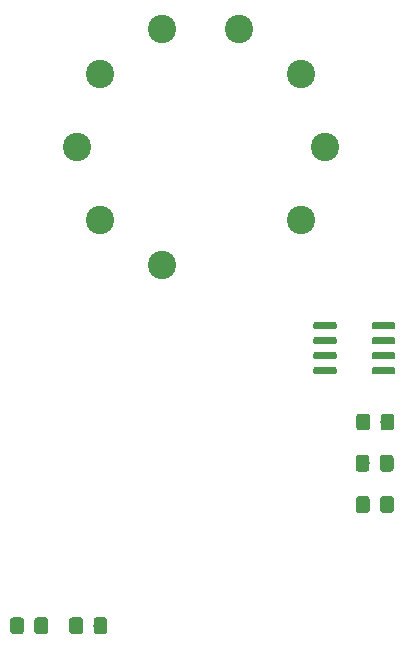
<source format=gtp>
G04 #@! TF.GenerationSoftware,KiCad,Pcbnew,(5.0.2)-1*
G04 #@! TF.CreationDate,2019-04-04T16:33:41+02:00*
G04 #@! TF.ProjectId,Corona_tubeBoard,436f726f-6e61-45f7-9475-6265426f6172,1*
G04 #@! TF.SameCoordinates,Original*
G04 #@! TF.FileFunction,Paste,Top*
G04 #@! TF.FilePolarity,Positive*
%FSLAX46Y46*%
G04 Gerber Fmt 4.6, Leading zero omitted, Abs format (unit mm)*
G04 Created by KiCad (PCBNEW (5.0.2)-1) date 04/04/2019 16:33:41*
%MOMM*%
%LPD*%
G01*
G04 APERTURE LIST*
%ADD10C,0.100000*%
%ADD11C,0.600000*%
%ADD12C,2.397760*%
%ADD13C,1.150000*%
G04 APERTURE END LIST*
D10*
G04 #@! TO.C,U6*
G36*
X35314703Y-28795722D02*
X35329264Y-28797882D01*
X35343543Y-28801459D01*
X35357403Y-28806418D01*
X35370710Y-28812712D01*
X35383336Y-28820280D01*
X35395159Y-28829048D01*
X35406066Y-28838934D01*
X35415952Y-28849841D01*
X35424720Y-28861664D01*
X35432288Y-28874290D01*
X35438582Y-28887597D01*
X35443541Y-28901457D01*
X35447118Y-28915736D01*
X35449278Y-28930297D01*
X35450000Y-28945000D01*
X35450000Y-29245000D01*
X35449278Y-29259703D01*
X35447118Y-29274264D01*
X35443541Y-29288543D01*
X35438582Y-29302403D01*
X35432288Y-29315710D01*
X35424720Y-29328336D01*
X35415952Y-29340159D01*
X35406066Y-29351066D01*
X35395159Y-29360952D01*
X35383336Y-29369720D01*
X35370710Y-29377288D01*
X35357403Y-29383582D01*
X35343543Y-29388541D01*
X35329264Y-29392118D01*
X35314703Y-29394278D01*
X35300000Y-29395000D01*
X33650000Y-29395000D01*
X33635297Y-29394278D01*
X33620736Y-29392118D01*
X33606457Y-29388541D01*
X33592597Y-29383582D01*
X33579290Y-29377288D01*
X33566664Y-29369720D01*
X33554841Y-29360952D01*
X33543934Y-29351066D01*
X33534048Y-29340159D01*
X33525280Y-29328336D01*
X33517712Y-29315710D01*
X33511418Y-29302403D01*
X33506459Y-29288543D01*
X33502882Y-29274264D01*
X33500722Y-29259703D01*
X33500000Y-29245000D01*
X33500000Y-28945000D01*
X33500722Y-28930297D01*
X33502882Y-28915736D01*
X33506459Y-28901457D01*
X33511418Y-28887597D01*
X33517712Y-28874290D01*
X33525280Y-28861664D01*
X33534048Y-28849841D01*
X33543934Y-28838934D01*
X33554841Y-28829048D01*
X33566664Y-28820280D01*
X33579290Y-28812712D01*
X33592597Y-28806418D01*
X33606457Y-28801459D01*
X33620736Y-28797882D01*
X33635297Y-28795722D01*
X33650000Y-28795000D01*
X35300000Y-28795000D01*
X35314703Y-28795722D01*
X35314703Y-28795722D01*
G37*
D11*
X34475000Y-29095000D03*
D10*
G36*
X35314703Y-30065722D02*
X35329264Y-30067882D01*
X35343543Y-30071459D01*
X35357403Y-30076418D01*
X35370710Y-30082712D01*
X35383336Y-30090280D01*
X35395159Y-30099048D01*
X35406066Y-30108934D01*
X35415952Y-30119841D01*
X35424720Y-30131664D01*
X35432288Y-30144290D01*
X35438582Y-30157597D01*
X35443541Y-30171457D01*
X35447118Y-30185736D01*
X35449278Y-30200297D01*
X35450000Y-30215000D01*
X35450000Y-30515000D01*
X35449278Y-30529703D01*
X35447118Y-30544264D01*
X35443541Y-30558543D01*
X35438582Y-30572403D01*
X35432288Y-30585710D01*
X35424720Y-30598336D01*
X35415952Y-30610159D01*
X35406066Y-30621066D01*
X35395159Y-30630952D01*
X35383336Y-30639720D01*
X35370710Y-30647288D01*
X35357403Y-30653582D01*
X35343543Y-30658541D01*
X35329264Y-30662118D01*
X35314703Y-30664278D01*
X35300000Y-30665000D01*
X33650000Y-30665000D01*
X33635297Y-30664278D01*
X33620736Y-30662118D01*
X33606457Y-30658541D01*
X33592597Y-30653582D01*
X33579290Y-30647288D01*
X33566664Y-30639720D01*
X33554841Y-30630952D01*
X33543934Y-30621066D01*
X33534048Y-30610159D01*
X33525280Y-30598336D01*
X33517712Y-30585710D01*
X33511418Y-30572403D01*
X33506459Y-30558543D01*
X33502882Y-30544264D01*
X33500722Y-30529703D01*
X33500000Y-30515000D01*
X33500000Y-30215000D01*
X33500722Y-30200297D01*
X33502882Y-30185736D01*
X33506459Y-30171457D01*
X33511418Y-30157597D01*
X33517712Y-30144290D01*
X33525280Y-30131664D01*
X33534048Y-30119841D01*
X33543934Y-30108934D01*
X33554841Y-30099048D01*
X33566664Y-30090280D01*
X33579290Y-30082712D01*
X33592597Y-30076418D01*
X33606457Y-30071459D01*
X33620736Y-30067882D01*
X33635297Y-30065722D01*
X33650000Y-30065000D01*
X35300000Y-30065000D01*
X35314703Y-30065722D01*
X35314703Y-30065722D01*
G37*
D11*
X34475000Y-30365000D03*
D10*
G36*
X35314703Y-31335722D02*
X35329264Y-31337882D01*
X35343543Y-31341459D01*
X35357403Y-31346418D01*
X35370710Y-31352712D01*
X35383336Y-31360280D01*
X35395159Y-31369048D01*
X35406066Y-31378934D01*
X35415952Y-31389841D01*
X35424720Y-31401664D01*
X35432288Y-31414290D01*
X35438582Y-31427597D01*
X35443541Y-31441457D01*
X35447118Y-31455736D01*
X35449278Y-31470297D01*
X35450000Y-31485000D01*
X35450000Y-31785000D01*
X35449278Y-31799703D01*
X35447118Y-31814264D01*
X35443541Y-31828543D01*
X35438582Y-31842403D01*
X35432288Y-31855710D01*
X35424720Y-31868336D01*
X35415952Y-31880159D01*
X35406066Y-31891066D01*
X35395159Y-31900952D01*
X35383336Y-31909720D01*
X35370710Y-31917288D01*
X35357403Y-31923582D01*
X35343543Y-31928541D01*
X35329264Y-31932118D01*
X35314703Y-31934278D01*
X35300000Y-31935000D01*
X33650000Y-31935000D01*
X33635297Y-31934278D01*
X33620736Y-31932118D01*
X33606457Y-31928541D01*
X33592597Y-31923582D01*
X33579290Y-31917288D01*
X33566664Y-31909720D01*
X33554841Y-31900952D01*
X33543934Y-31891066D01*
X33534048Y-31880159D01*
X33525280Y-31868336D01*
X33517712Y-31855710D01*
X33511418Y-31842403D01*
X33506459Y-31828543D01*
X33502882Y-31814264D01*
X33500722Y-31799703D01*
X33500000Y-31785000D01*
X33500000Y-31485000D01*
X33500722Y-31470297D01*
X33502882Y-31455736D01*
X33506459Y-31441457D01*
X33511418Y-31427597D01*
X33517712Y-31414290D01*
X33525280Y-31401664D01*
X33534048Y-31389841D01*
X33543934Y-31378934D01*
X33554841Y-31369048D01*
X33566664Y-31360280D01*
X33579290Y-31352712D01*
X33592597Y-31346418D01*
X33606457Y-31341459D01*
X33620736Y-31337882D01*
X33635297Y-31335722D01*
X33650000Y-31335000D01*
X35300000Y-31335000D01*
X35314703Y-31335722D01*
X35314703Y-31335722D01*
G37*
D11*
X34475000Y-31635000D03*
D10*
G36*
X35314703Y-32605722D02*
X35329264Y-32607882D01*
X35343543Y-32611459D01*
X35357403Y-32616418D01*
X35370710Y-32622712D01*
X35383336Y-32630280D01*
X35395159Y-32639048D01*
X35406066Y-32648934D01*
X35415952Y-32659841D01*
X35424720Y-32671664D01*
X35432288Y-32684290D01*
X35438582Y-32697597D01*
X35443541Y-32711457D01*
X35447118Y-32725736D01*
X35449278Y-32740297D01*
X35450000Y-32755000D01*
X35450000Y-33055000D01*
X35449278Y-33069703D01*
X35447118Y-33084264D01*
X35443541Y-33098543D01*
X35438582Y-33112403D01*
X35432288Y-33125710D01*
X35424720Y-33138336D01*
X35415952Y-33150159D01*
X35406066Y-33161066D01*
X35395159Y-33170952D01*
X35383336Y-33179720D01*
X35370710Y-33187288D01*
X35357403Y-33193582D01*
X35343543Y-33198541D01*
X35329264Y-33202118D01*
X35314703Y-33204278D01*
X35300000Y-33205000D01*
X33650000Y-33205000D01*
X33635297Y-33204278D01*
X33620736Y-33202118D01*
X33606457Y-33198541D01*
X33592597Y-33193582D01*
X33579290Y-33187288D01*
X33566664Y-33179720D01*
X33554841Y-33170952D01*
X33543934Y-33161066D01*
X33534048Y-33150159D01*
X33525280Y-33138336D01*
X33517712Y-33125710D01*
X33511418Y-33112403D01*
X33506459Y-33098543D01*
X33502882Y-33084264D01*
X33500722Y-33069703D01*
X33500000Y-33055000D01*
X33500000Y-32755000D01*
X33500722Y-32740297D01*
X33502882Y-32725736D01*
X33506459Y-32711457D01*
X33511418Y-32697597D01*
X33517712Y-32684290D01*
X33525280Y-32671664D01*
X33534048Y-32659841D01*
X33543934Y-32648934D01*
X33554841Y-32639048D01*
X33566664Y-32630280D01*
X33579290Y-32622712D01*
X33592597Y-32616418D01*
X33606457Y-32611459D01*
X33620736Y-32607882D01*
X33635297Y-32605722D01*
X33650000Y-32605000D01*
X35300000Y-32605000D01*
X35314703Y-32605722D01*
X35314703Y-32605722D01*
G37*
D11*
X34475000Y-32905000D03*
D10*
G36*
X30364703Y-32605722D02*
X30379264Y-32607882D01*
X30393543Y-32611459D01*
X30407403Y-32616418D01*
X30420710Y-32622712D01*
X30433336Y-32630280D01*
X30445159Y-32639048D01*
X30456066Y-32648934D01*
X30465952Y-32659841D01*
X30474720Y-32671664D01*
X30482288Y-32684290D01*
X30488582Y-32697597D01*
X30493541Y-32711457D01*
X30497118Y-32725736D01*
X30499278Y-32740297D01*
X30500000Y-32755000D01*
X30500000Y-33055000D01*
X30499278Y-33069703D01*
X30497118Y-33084264D01*
X30493541Y-33098543D01*
X30488582Y-33112403D01*
X30482288Y-33125710D01*
X30474720Y-33138336D01*
X30465952Y-33150159D01*
X30456066Y-33161066D01*
X30445159Y-33170952D01*
X30433336Y-33179720D01*
X30420710Y-33187288D01*
X30407403Y-33193582D01*
X30393543Y-33198541D01*
X30379264Y-33202118D01*
X30364703Y-33204278D01*
X30350000Y-33205000D01*
X28700000Y-33205000D01*
X28685297Y-33204278D01*
X28670736Y-33202118D01*
X28656457Y-33198541D01*
X28642597Y-33193582D01*
X28629290Y-33187288D01*
X28616664Y-33179720D01*
X28604841Y-33170952D01*
X28593934Y-33161066D01*
X28584048Y-33150159D01*
X28575280Y-33138336D01*
X28567712Y-33125710D01*
X28561418Y-33112403D01*
X28556459Y-33098543D01*
X28552882Y-33084264D01*
X28550722Y-33069703D01*
X28550000Y-33055000D01*
X28550000Y-32755000D01*
X28550722Y-32740297D01*
X28552882Y-32725736D01*
X28556459Y-32711457D01*
X28561418Y-32697597D01*
X28567712Y-32684290D01*
X28575280Y-32671664D01*
X28584048Y-32659841D01*
X28593934Y-32648934D01*
X28604841Y-32639048D01*
X28616664Y-32630280D01*
X28629290Y-32622712D01*
X28642597Y-32616418D01*
X28656457Y-32611459D01*
X28670736Y-32607882D01*
X28685297Y-32605722D01*
X28700000Y-32605000D01*
X30350000Y-32605000D01*
X30364703Y-32605722D01*
X30364703Y-32605722D01*
G37*
D11*
X29525000Y-32905000D03*
D10*
G36*
X30364703Y-31335722D02*
X30379264Y-31337882D01*
X30393543Y-31341459D01*
X30407403Y-31346418D01*
X30420710Y-31352712D01*
X30433336Y-31360280D01*
X30445159Y-31369048D01*
X30456066Y-31378934D01*
X30465952Y-31389841D01*
X30474720Y-31401664D01*
X30482288Y-31414290D01*
X30488582Y-31427597D01*
X30493541Y-31441457D01*
X30497118Y-31455736D01*
X30499278Y-31470297D01*
X30500000Y-31485000D01*
X30500000Y-31785000D01*
X30499278Y-31799703D01*
X30497118Y-31814264D01*
X30493541Y-31828543D01*
X30488582Y-31842403D01*
X30482288Y-31855710D01*
X30474720Y-31868336D01*
X30465952Y-31880159D01*
X30456066Y-31891066D01*
X30445159Y-31900952D01*
X30433336Y-31909720D01*
X30420710Y-31917288D01*
X30407403Y-31923582D01*
X30393543Y-31928541D01*
X30379264Y-31932118D01*
X30364703Y-31934278D01*
X30350000Y-31935000D01*
X28700000Y-31935000D01*
X28685297Y-31934278D01*
X28670736Y-31932118D01*
X28656457Y-31928541D01*
X28642597Y-31923582D01*
X28629290Y-31917288D01*
X28616664Y-31909720D01*
X28604841Y-31900952D01*
X28593934Y-31891066D01*
X28584048Y-31880159D01*
X28575280Y-31868336D01*
X28567712Y-31855710D01*
X28561418Y-31842403D01*
X28556459Y-31828543D01*
X28552882Y-31814264D01*
X28550722Y-31799703D01*
X28550000Y-31785000D01*
X28550000Y-31485000D01*
X28550722Y-31470297D01*
X28552882Y-31455736D01*
X28556459Y-31441457D01*
X28561418Y-31427597D01*
X28567712Y-31414290D01*
X28575280Y-31401664D01*
X28584048Y-31389841D01*
X28593934Y-31378934D01*
X28604841Y-31369048D01*
X28616664Y-31360280D01*
X28629290Y-31352712D01*
X28642597Y-31346418D01*
X28656457Y-31341459D01*
X28670736Y-31337882D01*
X28685297Y-31335722D01*
X28700000Y-31335000D01*
X30350000Y-31335000D01*
X30364703Y-31335722D01*
X30364703Y-31335722D01*
G37*
D11*
X29525000Y-31635000D03*
D10*
G36*
X30364703Y-30065722D02*
X30379264Y-30067882D01*
X30393543Y-30071459D01*
X30407403Y-30076418D01*
X30420710Y-30082712D01*
X30433336Y-30090280D01*
X30445159Y-30099048D01*
X30456066Y-30108934D01*
X30465952Y-30119841D01*
X30474720Y-30131664D01*
X30482288Y-30144290D01*
X30488582Y-30157597D01*
X30493541Y-30171457D01*
X30497118Y-30185736D01*
X30499278Y-30200297D01*
X30500000Y-30215000D01*
X30500000Y-30515000D01*
X30499278Y-30529703D01*
X30497118Y-30544264D01*
X30493541Y-30558543D01*
X30488582Y-30572403D01*
X30482288Y-30585710D01*
X30474720Y-30598336D01*
X30465952Y-30610159D01*
X30456066Y-30621066D01*
X30445159Y-30630952D01*
X30433336Y-30639720D01*
X30420710Y-30647288D01*
X30407403Y-30653582D01*
X30393543Y-30658541D01*
X30379264Y-30662118D01*
X30364703Y-30664278D01*
X30350000Y-30665000D01*
X28700000Y-30665000D01*
X28685297Y-30664278D01*
X28670736Y-30662118D01*
X28656457Y-30658541D01*
X28642597Y-30653582D01*
X28629290Y-30647288D01*
X28616664Y-30639720D01*
X28604841Y-30630952D01*
X28593934Y-30621066D01*
X28584048Y-30610159D01*
X28575280Y-30598336D01*
X28567712Y-30585710D01*
X28561418Y-30572403D01*
X28556459Y-30558543D01*
X28552882Y-30544264D01*
X28550722Y-30529703D01*
X28550000Y-30515000D01*
X28550000Y-30215000D01*
X28550722Y-30200297D01*
X28552882Y-30185736D01*
X28556459Y-30171457D01*
X28561418Y-30157597D01*
X28567712Y-30144290D01*
X28575280Y-30131664D01*
X28584048Y-30119841D01*
X28593934Y-30108934D01*
X28604841Y-30099048D01*
X28616664Y-30090280D01*
X28629290Y-30082712D01*
X28642597Y-30076418D01*
X28656457Y-30071459D01*
X28670736Y-30067882D01*
X28685297Y-30065722D01*
X28700000Y-30065000D01*
X30350000Y-30065000D01*
X30364703Y-30065722D01*
X30364703Y-30065722D01*
G37*
D11*
X29525000Y-30365000D03*
D10*
G36*
X30364703Y-28795722D02*
X30379264Y-28797882D01*
X30393543Y-28801459D01*
X30407403Y-28806418D01*
X30420710Y-28812712D01*
X30433336Y-28820280D01*
X30445159Y-28829048D01*
X30456066Y-28838934D01*
X30465952Y-28849841D01*
X30474720Y-28861664D01*
X30482288Y-28874290D01*
X30488582Y-28887597D01*
X30493541Y-28901457D01*
X30497118Y-28915736D01*
X30499278Y-28930297D01*
X30500000Y-28945000D01*
X30500000Y-29245000D01*
X30499278Y-29259703D01*
X30497118Y-29274264D01*
X30493541Y-29288543D01*
X30488582Y-29302403D01*
X30482288Y-29315710D01*
X30474720Y-29328336D01*
X30465952Y-29340159D01*
X30456066Y-29351066D01*
X30445159Y-29360952D01*
X30433336Y-29369720D01*
X30420710Y-29377288D01*
X30407403Y-29383582D01*
X30393543Y-29388541D01*
X30379264Y-29392118D01*
X30364703Y-29394278D01*
X30350000Y-29395000D01*
X28700000Y-29395000D01*
X28685297Y-29394278D01*
X28670736Y-29392118D01*
X28656457Y-29388541D01*
X28642597Y-29383582D01*
X28629290Y-29377288D01*
X28616664Y-29369720D01*
X28604841Y-29360952D01*
X28593934Y-29351066D01*
X28584048Y-29340159D01*
X28575280Y-29328336D01*
X28567712Y-29315710D01*
X28561418Y-29302403D01*
X28556459Y-29288543D01*
X28552882Y-29274264D01*
X28550722Y-29259703D01*
X28550000Y-29245000D01*
X28550000Y-28945000D01*
X28550722Y-28930297D01*
X28552882Y-28915736D01*
X28556459Y-28901457D01*
X28561418Y-28887597D01*
X28567712Y-28874290D01*
X28575280Y-28861664D01*
X28584048Y-28849841D01*
X28593934Y-28838934D01*
X28604841Y-28829048D01*
X28616664Y-28820280D01*
X28629290Y-28812712D01*
X28642597Y-28806418D01*
X28656457Y-28801459D01*
X28670736Y-28797882D01*
X28685297Y-28795722D01*
X28700000Y-28795000D01*
X30350000Y-28795000D01*
X30364703Y-28795722D01*
X30364703Y-28795722D01*
G37*
D11*
X29525000Y-29095000D03*
G04 #@! TD*
D12*
G04 #@! TO.C,SX1*
X27493760Y-20169660D03*
X29497820Y-14000000D03*
X27493760Y-7830340D03*
X22243580Y-4015260D03*
X15756420Y-4015260D03*
X10506240Y-7830340D03*
X8502180Y-14000000D03*
X10506240Y-20169660D03*
X15756420Y-23984740D03*
G04 #@! TD*
D10*
G04 #@! TO.C,R101*
G36*
X35149505Y-36551204D02*
X35173773Y-36554804D01*
X35197572Y-36560765D01*
X35220671Y-36569030D01*
X35242850Y-36579520D01*
X35263893Y-36592132D01*
X35283599Y-36606747D01*
X35301777Y-36623223D01*
X35318253Y-36641401D01*
X35332868Y-36661107D01*
X35345480Y-36682150D01*
X35355970Y-36704329D01*
X35364235Y-36727428D01*
X35370196Y-36751227D01*
X35373796Y-36775495D01*
X35375000Y-36799999D01*
X35375000Y-37700001D01*
X35373796Y-37724505D01*
X35370196Y-37748773D01*
X35364235Y-37772572D01*
X35355970Y-37795671D01*
X35345480Y-37817850D01*
X35332868Y-37838893D01*
X35318253Y-37858599D01*
X35301777Y-37876777D01*
X35283599Y-37893253D01*
X35263893Y-37907868D01*
X35242850Y-37920480D01*
X35220671Y-37930970D01*
X35197572Y-37939235D01*
X35173773Y-37945196D01*
X35149505Y-37948796D01*
X35125001Y-37950000D01*
X34474999Y-37950000D01*
X34450495Y-37948796D01*
X34426227Y-37945196D01*
X34402428Y-37939235D01*
X34379329Y-37930970D01*
X34357150Y-37920480D01*
X34336107Y-37907868D01*
X34316401Y-37893253D01*
X34298223Y-37876777D01*
X34281747Y-37858599D01*
X34267132Y-37838893D01*
X34254520Y-37817850D01*
X34244030Y-37795671D01*
X34235765Y-37772572D01*
X34229804Y-37748773D01*
X34226204Y-37724505D01*
X34225000Y-37700001D01*
X34225000Y-36799999D01*
X34226204Y-36775495D01*
X34229804Y-36751227D01*
X34235765Y-36727428D01*
X34244030Y-36704329D01*
X34254520Y-36682150D01*
X34267132Y-36661107D01*
X34281747Y-36641401D01*
X34298223Y-36623223D01*
X34316401Y-36606747D01*
X34336107Y-36592132D01*
X34357150Y-36579520D01*
X34379329Y-36569030D01*
X34402428Y-36560765D01*
X34426227Y-36554804D01*
X34450495Y-36551204D01*
X34474999Y-36550000D01*
X35125001Y-36550000D01*
X35149505Y-36551204D01*
X35149505Y-36551204D01*
G37*
D13*
X34800000Y-37250000D03*
D10*
G36*
X33099505Y-36551204D02*
X33123773Y-36554804D01*
X33147572Y-36560765D01*
X33170671Y-36569030D01*
X33192850Y-36579520D01*
X33213893Y-36592132D01*
X33233599Y-36606747D01*
X33251777Y-36623223D01*
X33268253Y-36641401D01*
X33282868Y-36661107D01*
X33295480Y-36682150D01*
X33305970Y-36704329D01*
X33314235Y-36727428D01*
X33320196Y-36751227D01*
X33323796Y-36775495D01*
X33325000Y-36799999D01*
X33325000Y-37700001D01*
X33323796Y-37724505D01*
X33320196Y-37748773D01*
X33314235Y-37772572D01*
X33305970Y-37795671D01*
X33295480Y-37817850D01*
X33282868Y-37838893D01*
X33268253Y-37858599D01*
X33251777Y-37876777D01*
X33233599Y-37893253D01*
X33213893Y-37907868D01*
X33192850Y-37920480D01*
X33170671Y-37930970D01*
X33147572Y-37939235D01*
X33123773Y-37945196D01*
X33099505Y-37948796D01*
X33075001Y-37950000D01*
X32424999Y-37950000D01*
X32400495Y-37948796D01*
X32376227Y-37945196D01*
X32352428Y-37939235D01*
X32329329Y-37930970D01*
X32307150Y-37920480D01*
X32286107Y-37907868D01*
X32266401Y-37893253D01*
X32248223Y-37876777D01*
X32231747Y-37858599D01*
X32217132Y-37838893D01*
X32204520Y-37817850D01*
X32194030Y-37795671D01*
X32185765Y-37772572D01*
X32179804Y-37748773D01*
X32176204Y-37724505D01*
X32175000Y-37700001D01*
X32175000Y-36799999D01*
X32176204Y-36775495D01*
X32179804Y-36751227D01*
X32185765Y-36727428D01*
X32194030Y-36704329D01*
X32204520Y-36682150D01*
X32217132Y-36661107D01*
X32231747Y-36641401D01*
X32248223Y-36623223D01*
X32266401Y-36606747D01*
X32286107Y-36592132D01*
X32307150Y-36579520D01*
X32329329Y-36569030D01*
X32352428Y-36560765D01*
X32376227Y-36554804D01*
X32400495Y-36551204D01*
X32424999Y-36550000D01*
X33075001Y-36550000D01*
X33099505Y-36551204D01*
X33099505Y-36551204D01*
G37*
D13*
X32750000Y-37250000D03*
G04 #@! TD*
D10*
G04 #@! TO.C,R102*
G36*
X33049505Y-40051204D02*
X33073773Y-40054804D01*
X33097572Y-40060765D01*
X33120671Y-40069030D01*
X33142850Y-40079520D01*
X33163893Y-40092132D01*
X33183599Y-40106747D01*
X33201777Y-40123223D01*
X33218253Y-40141401D01*
X33232868Y-40161107D01*
X33245480Y-40182150D01*
X33255970Y-40204329D01*
X33264235Y-40227428D01*
X33270196Y-40251227D01*
X33273796Y-40275495D01*
X33275000Y-40299999D01*
X33275000Y-41200001D01*
X33273796Y-41224505D01*
X33270196Y-41248773D01*
X33264235Y-41272572D01*
X33255970Y-41295671D01*
X33245480Y-41317850D01*
X33232868Y-41338893D01*
X33218253Y-41358599D01*
X33201777Y-41376777D01*
X33183599Y-41393253D01*
X33163893Y-41407868D01*
X33142850Y-41420480D01*
X33120671Y-41430970D01*
X33097572Y-41439235D01*
X33073773Y-41445196D01*
X33049505Y-41448796D01*
X33025001Y-41450000D01*
X32374999Y-41450000D01*
X32350495Y-41448796D01*
X32326227Y-41445196D01*
X32302428Y-41439235D01*
X32279329Y-41430970D01*
X32257150Y-41420480D01*
X32236107Y-41407868D01*
X32216401Y-41393253D01*
X32198223Y-41376777D01*
X32181747Y-41358599D01*
X32167132Y-41338893D01*
X32154520Y-41317850D01*
X32144030Y-41295671D01*
X32135765Y-41272572D01*
X32129804Y-41248773D01*
X32126204Y-41224505D01*
X32125000Y-41200001D01*
X32125000Y-40299999D01*
X32126204Y-40275495D01*
X32129804Y-40251227D01*
X32135765Y-40227428D01*
X32144030Y-40204329D01*
X32154520Y-40182150D01*
X32167132Y-40161107D01*
X32181747Y-40141401D01*
X32198223Y-40123223D01*
X32216401Y-40106747D01*
X32236107Y-40092132D01*
X32257150Y-40079520D01*
X32279329Y-40069030D01*
X32302428Y-40060765D01*
X32326227Y-40054804D01*
X32350495Y-40051204D01*
X32374999Y-40050000D01*
X33025001Y-40050000D01*
X33049505Y-40051204D01*
X33049505Y-40051204D01*
G37*
D13*
X32700000Y-40750000D03*
D10*
G36*
X35099505Y-40051204D02*
X35123773Y-40054804D01*
X35147572Y-40060765D01*
X35170671Y-40069030D01*
X35192850Y-40079520D01*
X35213893Y-40092132D01*
X35233599Y-40106747D01*
X35251777Y-40123223D01*
X35268253Y-40141401D01*
X35282868Y-40161107D01*
X35295480Y-40182150D01*
X35305970Y-40204329D01*
X35314235Y-40227428D01*
X35320196Y-40251227D01*
X35323796Y-40275495D01*
X35325000Y-40299999D01*
X35325000Y-41200001D01*
X35323796Y-41224505D01*
X35320196Y-41248773D01*
X35314235Y-41272572D01*
X35305970Y-41295671D01*
X35295480Y-41317850D01*
X35282868Y-41338893D01*
X35268253Y-41358599D01*
X35251777Y-41376777D01*
X35233599Y-41393253D01*
X35213893Y-41407868D01*
X35192850Y-41420480D01*
X35170671Y-41430970D01*
X35147572Y-41439235D01*
X35123773Y-41445196D01*
X35099505Y-41448796D01*
X35075001Y-41450000D01*
X34424999Y-41450000D01*
X34400495Y-41448796D01*
X34376227Y-41445196D01*
X34352428Y-41439235D01*
X34329329Y-41430970D01*
X34307150Y-41420480D01*
X34286107Y-41407868D01*
X34266401Y-41393253D01*
X34248223Y-41376777D01*
X34231747Y-41358599D01*
X34217132Y-41338893D01*
X34204520Y-41317850D01*
X34194030Y-41295671D01*
X34185765Y-41272572D01*
X34179804Y-41248773D01*
X34176204Y-41224505D01*
X34175000Y-41200001D01*
X34175000Y-40299999D01*
X34176204Y-40275495D01*
X34179804Y-40251227D01*
X34185765Y-40227428D01*
X34194030Y-40204329D01*
X34204520Y-40182150D01*
X34217132Y-40161107D01*
X34231747Y-40141401D01*
X34248223Y-40123223D01*
X34266401Y-40106747D01*
X34286107Y-40092132D01*
X34307150Y-40079520D01*
X34329329Y-40069030D01*
X34352428Y-40060765D01*
X34376227Y-40054804D01*
X34400495Y-40051204D01*
X34424999Y-40050000D01*
X35075001Y-40050000D01*
X35099505Y-40051204D01*
X35099505Y-40051204D01*
G37*
D13*
X34750000Y-40750000D03*
G04 #@! TD*
D10*
G04 #@! TO.C,R103*
G36*
X33074505Y-43551204D02*
X33098773Y-43554804D01*
X33122572Y-43560765D01*
X33145671Y-43569030D01*
X33167850Y-43579520D01*
X33188893Y-43592132D01*
X33208599Y-43606747D01*
X33226777Y-43623223D01*
X33243253Y-43641401D01*
X33257868Y-43661107D01*
X33270480Y-43682150D01*
X33280970Y-43704329D01*
X33289235Y-43727428D01*
X33295196Y-43751227D01*
X33298796Y-43775495D01*
X33300000Y-43799999D01*
X33300000Y-44700001D01*
X33298796Y-44724505D01*
X33295196Y-44748773D01*
X33289235Y-44772572D01*
X33280970Y-44795671D01*
X33270480Y-44817850D01*
X33257868Y-44838893D01*
X33243253Y-44858599D01*
X33226777Y-44876777D01*
X33208599Y-44893253D01*
X33188893Y-44907868D01*
X33167850Y-44920480D01*
X33145671Y-44930970D01*
X33122572Y-44939235D01*
X33098773Y-44945196D01*
X33074505Y-44948796D01*
X33050001Y-44950000D01*
X32399999Y-44950000D01*
X32375495Y-44948796D01*
X32351227Y-44945196D01*
X32327428Y-44939235D01*
X32304329Y-44930970D01*
X32282150Y-44920480D01*
X32261107Y-44907868D01*
X32241401Y-44893253D01*
X32223223Y-44876777D01*
X32206747Y-44858599D01*
X32192132Y-44838893D01*
X32179520Y-44817850D01*
X32169030Y-44795671D01*
X32160765Y-44772572D01*
X32154804Y-44748773D01*
X32151204Y-44724505D01*
X32150000Y-44700001D01*
X32150000Y-43799999D01*
X32151204Y-43775495D01*
X32154804Y-43751227D01*
X32160765Y-43727428D01*
X32169030Y-43704329D01*
X32179520Y-43682150D01*
X32192132Y-43661107D01*
X32206747Y-43641401D01*
X32223223Y-43623223D01*
X32241401Y-43606747D01*
X32261107Y-43592132D01*
X32282150Y-43579520D01*
X32304329Y-43569030D01*
X32327428Y-43560765D01*
X32351227Y-43554804D01*
X32375495Y-43551204D01*
X32399999Y-43550000D01*
X33050001Y-43550000D01*
X33074505Y-43551204D01*
X33074505Y-43551204D01*
G37*
D13*
X32725000Y-44250000D03*
D10*
G36*
X35124505Y-43551204D02*
X35148773Y-43554804D01*
X35172572Y-43560765D01*
X35195671Y-43569030D01*
X35217850Y-43579520D01*
X35238893Y-43592132D01*
X35258599Y-43606747D01*
X35276777Y-43623223D01*
X35293253Y-43641401D01*
X35307868Y-43661107D01*
X35320480Y-43682150D01*
X35330970Y-43704329D01*
X35339235Y-43727428D01*
X35345196Y-43751227D01*
X35348796Y-43775495D01*
X35350000Y-43799999D01*
X35350000Y-44700001D01*
X35348796Y-44724505D01*
X35345196Y-44748773D01*
X35339235Y-44772572D01*
X35330970Y-44795671D01*
X35320480Y-44817850D01*
X35307868Y-44838893D01*
X35293253Y-44858599D01*
X35276777Y-44876777D01*
X35258599Y-44893253D01*
X35238893Y-44907868D01*
X35217850Y-44920480D01*
X35195671Y-44930970D01*
X35172572Y-44939235D01*
X35148773Y-44945196D01*
X35124505Y-44948796D01*
X35100001Y-44950000D01*
X34449999Y-44950000D01*
X34425495Y-44948796D01*
X34401227Y-44945196D01*
X34377428Y-44939235D01*
X34354329Y-44930970D01*
X34332150Y-44920480D01*
X34311107Y-44907868D01*
X34291401Y-44893253D01*
X34273223Y-44876777D01*
X34256747Y-44858599D01*
X34242132Y-44838893D01*
X34229520Y-44817850D01*
X34219030Y-44795671D01*
X34210765Y-44772572D01*
X34204804Y-44748773D01*
X34201204Y-44724505D01*
X34200000Y-44700001D01*
X34200000Y-43799999D01*
X34201204Y-43775495D01*
X34204804Y-43751227D01*
X34210765Y-43727428D01*
X34219030Y-43704329D01*
X34229520Y-43682150D01*
X34242132Y-43661107D01*
X34256747Y-43641401D01*
X34273223Y-43623223D01*
X34291401Y-43606747D01*
X34311107Y-43592132D01*
X34332150Y-43579520D01*
X34354329Y-43569030D01*
X34377428Y-43560765D01*
X34401227Y-43554804D01*
X34425495Y-43551204D01*
X34449999Y-43550000D01*
X35100001Y-43550000D01*
X35124505Y-43551204D01*
X35124505Y-43551204D01*
G37*
D13*
X34775000Y-44250000D03*
G04 #@! TD*
D10*
G04 #@! TO.C,RFBB1*
G36*
X10849505Y-53801204D02*
X10873773Y-53804804D01*
X10897572Y-53810765D01*
X10920671Y-53819030D01*
X10942850Y-53829520D01*
X10963893Y-53842132D01*
X10983599Y-53856747D01*
X11001777Y-53873223D01*
X11018253Y-53891401D01*
X11032868Y-53911107D01*
X11045480Y-53932150D01*
X11055970Y-53954329D01*
X11064235Y-53977428D01*
X11070196Y-54001227D01*
X11073796Y-54025495D01*
X11075000Y-54049999D01*
X11075000Y-54950001D01*
X11073796Y-54974505D01*
X11070196Y-54998773D01*
X11064235Y-55022572D01*
X11055970Y-55045671D01*
X11045480Y-55067850D01*
X11032868Y-55088893D01*
X11018253Y-55108599D01*
X11001777Y-55126777D01*
X10983599Y-55143253D01*
X10963893Y-55157868D01*
X10942850Y-55170480D01*
X10920671Y-55180970D01*
X10897572Y-55189235D01*
X10873773Y-55195196D01*
X10849505Y-55198796D01*
X10825001Y-55200000D01*
X10174999Y-55200000D01*
X10150495Y-55198796D01*
X10126227Y-55195196D01*
X10102428Y-55189235D01*
X10079329Y-55180970D01*
X10057150Y-55170480D01*
X10036107Y-55157868D01*
X10016401Y-55143253D01*
X9998223Y-55126777D01*
X9981747Y-55108599D01*
X9967132Y-55088893D01*
X9954520Y-55067850D01*
X9944030Y-55045671D01*
X9935765Y-55022572D01*
X9929804Y-54998773D01*
X9926204Y-54974505D01*
X9925000Y-54950001D01*
X9925000Y-54049999D01*
X9926204Y-54025495D01*
X9929804Y-54001227D01*
X9935765Y-53977428D01*
X9944030Y-53954329D01*
X9954520Y-53932150D01*
X9967132Y-53911107D01*
X9981747Y-53891401D01*
X9998223Y-53873223D01*
X10016401Y-53856747D01*
X10036107Y-53842132D01*
X10057150Y-53829520D01*
X10079329Y-53819030D01*
X10102428Y-53810765D01*
X10126227Y-53804804D01*
X10150495Y-53801204D01*
X10174999Y-53800000D01*
X10825001Y-53800000D01*
X10849505Y-53801204D01*
X10849505Y-53801204D01*
G37*
D13*
X10500000Y-54500000D03*
D10*
G36*
X8799505Y-53801204D02*
X8823773Y-53804804D01*
X8847572Y-53810765D01*
X8870671Y-53819030D01*
X8892850Y-53829520D01*
X8913893Y-53842132D01*
X8933599Y-53856747D01*
X8951777Y-53873223D01*
X8968253Y-53891401D01*
X8982868Y-53911107D01*
X8995480Y-53932150D01*
X9005970Y-53954329D01*
X9014235Y-53977428D01*
X9020196Y-54001227D01*
X9023796Y-54025495D01*
X9025000Y-54049999D01*
X9025000Y-54950001D01*
X9023796Y-54974505D01*
X9020196Y-54998773D01*
X9014235Y-55022572D01*
X9005970Y-55045671D01*
X8995480Y-55067850D01*
X8982868Y-55088893D01*
X8968253Y-55108599D01*
X8951777Y-55126777D01*
X8933599Y-55143253D01*
X8913893Y-55157868D01*
X8892850Y-55170480D01*
X8870671Y-55180970D01*
X8847572Y-55189235D01*
X8823773Y-55195196D01*
X8799505Y-55198796D01*
X8775001Y-55200000D01*
X8124999Y-55200000D01*
X8100495Y-55198796D01*
X8076227Y-55195196D01*
X8052428Y-55189235D01*
X8029329Y-55180970D01*
X8007150Y-55170480D01*
X7986107Y-55157868D01*
X7966401Y-55143253D01*
X7948223Y-55126777D01*
X7931747Y-55108599D01*
X7917132Y-55088893D01*
X7904520Y-55067850D01*
X7894030Y-55045671D01*
X7885765Y-55022572D01*
X7879804Y-54998773D01*
X7876204Y-54974505D01*
X7875000Y-54950001D01*
X7875000Y-54049999D01*
X7876204Y-54025495D01*
X7879804Y-54001227D01*
X7885765Y-53977428D01*
X7894030Y-53954329D01*
X7904520Y-53932150D01*
X7917132Y-53911107D01*
X7931747Y-53891401D01*
X7948223Y-53873223D01*
X7966401Y-53856747D01*
X7986107Y-53842132D01*
X8007150Y-53829520D01*
X8029329Y-53819030D01*
X8052428Y-53810765D01*
X8076227Y-53804804D01*
X8100495Y-53801204D01*
X8124999Y-53800000D01*
X8775001Y-53800000D01*
X8799505Y-53801204D01*
X8799505Y-53801204D01*
G37*
D13*
X8450000Y-54500000D03*
G04 #@! TD*
D10*
G04 #@! TO.C,RFBT1*
G36*
X3799505Y-53801204D02*
X3823773Y-53804804D01*
X3847572Y-53810765D01*
X3870671Y-53819030D01*
X3892850Y-53829520D01*
X3913893Y-53842132D01*
X3933599Y-53856747D01*
X3951777Y-53873223D01*
X3968253Y-53891401D01*
X3982868Y-53911107D01*
X3995480Y-53932150D01*
X4005970Y-53954329D01*
X4014235Y-53977428D01*
X4020196Y-54001227D01*
X4023796Y-54025495D01*
X4025000Y-54049999D01*
X4025000Y-54950001D01*
X4023796Y-54974505D01*
X4020196Y-54998773D01*
X4014235Y-55022572D01*
X4005970Y-55045671D01*
X3995480Y-55067850D01*
X3982868Y-55088893D01*
X3968253Y-55108599D01*
X3951777Y-55126777D01*
X3933599Y-55143253D01*
X3913893Y-55157868D01*
X3892850Y-55170480D01*
X3870671Y-55180970D01*
X3847572Y-55189235D01*
X3823773Y-55195196D01*
X3799505Y-55198796D01*
X3775001Y-55200000D01*
X3124999Y-55200000D01*
X3100495Y-55198796D01*
X3076227Y-55195196D01*
X3052428Y-55189235D01*
X3029329Y-55180970D01*
X3007150Y-55170480D01*
X2986107Y-55157868D01*
X2966401Y-55143253D01*
X2948223Y-55126777D01*
X2931747Y-55108599D01*
X2917132Y-55088893D01*
X2904520Y-55067850D01*
X2894030Y-55045671D01*
X2885765Y-55022572D01*
X2879804Y-54998773D01*
X2876204Y-54974505D01*
X2875000Y-54950001D01*
X2875000Y-54049999D01*
X2876204Y-54025495D01*
X2879804Y-54001227D01*
X2885765Y-53977428D01*
X2894030Y-53954329D01*
X2904520Y-53932150D01*
X2917132Y-53911107D01*
X2931747Y-53891401D01*
X2948223Y-53873223D01*
X2966401Y-53856747D01*
X2986107Y-53842132D01*
X3007150Y-53829520D01*
X3029329Y-53819030D01*
X3052428Y-53810765D01*
X3076227Y-53804804D01*
X3100495Y-53801204D01*
X3124999Y-53800000D01*
X3775001Y-53800000D01*
X3799505Y-53801204D01*
X3799505Y-53801204D01*
G37*
D13*
X3450000Y-54500000D03*
D10*
G36*
X5849505Y-53801204D02*
X5873773Y-53804804D01*
X5897572Y-53810765D01*
X5920671Y-53819030D01*
X5942850Y-53829520D01*
X5963893Y-53842132D01*
X5983599Y-53856747D01*
X6001777Y-53873223D01*
X6018253Y-53891401D01*
X6032868Y-53911107D01*
X6045480Y-53932150D01*
X6055970Y-53954329D01*
X6064235Y-53977428D01*
X6070196Y-54001227D01*
X6073796Y-54025495D01*
X6075000Y-54049999D01*
X6075000Y-54950001D01*
X6073796Y-54974505D01*
X6070196Y-54998773D01*
X6064235Y-55022572D01*
X6055970Y-55045671D01*
X6045480Y-55067850D01*
X6032868Y-55088893D01*
X6018253Y-55108599D01*
X6001777Y-55126777D01*
X5983599Y-55143253D01*
X5963893Y-55157868D01*
X5942850Y-55170480D01*
X5920671Y-55180970D01*
X5897572Y-55189235D01*
X5873773Y-55195196D01*
X5849505Y-55198796D01*
X5825001Y-55200000D01*
X5174999Y-55200000D01*
X5150495Y-55198796D01*
X5126227Y-55195196D01*
X5102428Y-55189235D01*
X5079329Y-55180970D01*
X5057150Y-55170480D01*
X5036107Y-55157868D01*
X5016401Y-55143253D01*
X4998223Y-55126777D01*
X4981747Y-55108599D01*
X4967132Y-55088893D01*
X4954520Y-55067850D01*
X4944030Y-55045671D01*
X4935765Y-55022572D01*
X4929804Y-54998773D01*
X4926204Y-54974505D01*
X4925000Y-54950001D01*
X4925000Y-54049999D01*
X4926204Y-54025495D01*
X4929804Y-54001227D01*
X4935765Y-53977428D01*
X4944030Y-53954329D01*
X4954520Y-53932150D01*
X4967132Y-53911107D01*
X4981747Y-53891401D01*
X4998223Y-53873223D01*
X5016401Y-53856747D01*
X5036107Y-53842132D01*
X5057150Y-53829520D01*
X5079329Y-53819030D01*
X5102428Y-53810765D01*
X5126227Y-53804804D01*
X5150495Y-53801204D01*
X5174999Y-53800000D01*
X5825001Y-53800000D01*
X5849505Y-53801204D01*
X5849505Y-53801204D01*
G37*
D13*
X5500000Y-54500000D03*
G04 #@! TD*
M02*

</source>
